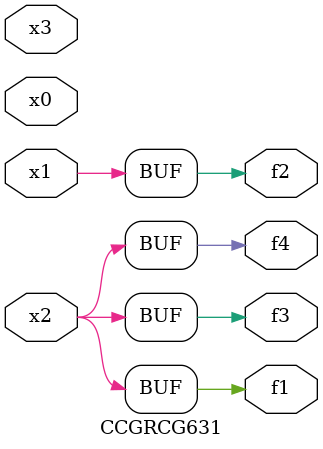
<source format=v>
module CCGRCG631(
	input x0, x1, x2, x3,
	output f1, f2, f3, f4
);
	assign f1 = x2;
	assign f2 = x1;
	assign f3 = x2;
	assign f4 = x2;
endmodule

</source>
